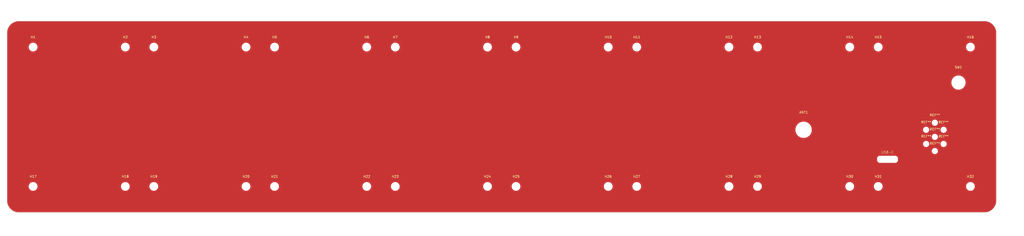
<source format=kicad_pcb>
(kicad_pcb (version 20221018) (generator pcbnew)
  (layers (0 "F.Cu" signal) (31 "B.Cu" signal) (34 "B.Paste" user) (35 "F.Paste" user) (36 "B.SilkS" user "B.Silkscreen") (37 "F.SilkS" user "F.Silkscreen") (38 "B.Mask" user) (39 "F.Mask" user) (44 "Edge.Cuts" user))
  (net 0 "")
  (footprint "MountingHole:MountingHole_3.2mm_M3" (layer "F.Cu") (at 264.15 29.95)
    (fp_text reference "H7" (at 0 -4.2) (layer "F.SilkS"))
    (fp_text value "MountingHole")
    (pad "" np_thru_hole circle locked (at 0 0) (size 3.2 3.2) (drill 3.2) (layers "*.Cu" "*.Mask"))
  )
  (footprint "MountingHole:MountingHole_3.2mm_M3" (layer "F.Cu") (at 111 29.95)
    (fp_text reference "H1" (at 0 -4.2) (layer "F.SilkS"))
    (fp_text value "MountingHole")
    (pad "" np_thru_hole circle locked (at 0 0) (size 3.2 3.2) (drill 3.2) (layers "*.Cu" "*.Mask"))
  )
  (footprint "MountingHole:MountingHole_3.2mm_M3" (layer "F.Cu") (at 354.19 89)
    (fp_text reference "H26" (at 0 -4.2) (layer "F.SilkS"))
    (fp_text value "MountingHole")
    (pad "" np_thru_hole circle locked (at 0 0) (size 3.2 3.2) (drill 3.2) (layers "*.Cu" "*.Mask"))
  )
  (footprint "MountingHole:MountingHole_3.2mm_M3" (layer "F.Cu") (at 149.99 89)
    (fp_text reference "H18" (at 0 -4.2) (layer "F.SilkS"))
    (fp_text value "MountingHole")
    (pad "" np_thru_hole circle locked (at 0 0) (size 3.2 3.2) (drill 3.2) (layers "*.Cu" "*.Mask"))
  )
  (footprint "MountingHole:MountingHole_3.2mm_M3" (layer "F.Cu") (at 405.24 29.95)
    (fp_text reference "H12" (at 0 -4.2) (layer "F.SilkS"))
    (fp_text value "MountingHole")
    (pad "" np_thru_hole circle locked (at 0 0) (size 3.2 3.2) (drill 3.2) (layers "*.Cu" "*.Mask"))
  )
  (footprint "MountingHole:MountingHole_2.1mm" (layer "F.Cu") (at 492.3 68)
    (fp_text reference "REF**" (at 0 -3.2) (layer "F.SilkS"))
    (fp_text value "MountingHole_2.1mm")
    (pad "" np_thru_hole circle (at 0 0) (size 2.1 2.1) (drill 2.1) (layers "*.Cu" "*.Mask"))
  )
  (footprint "MountingHole:MountingHole_3.2mm_M3" (layer "F.Cu") (at 111 89)
    (fp_text reference "H17" (at 0 -4.2) (layer "F.SilkS"))
    (fp_text value "MountingHole")
    (pad "" np_thru_hole circle locked (at 0 0) (size 3.2 3.2) (drill 3.2) (layers "*.Cu" "*.Mask"))
  )
  (footprint "MountingHole:MountingHole_3.2mm_M3" (layer "F.Cu") (at 456.29 89)
    (fp_text reference "H30" (at 0 -4.2) (layer "F.SilkS"))
    (fp_text value "MountingHole")
    (pad "" np_thru_hole circle locked (at 0 0) (size 3.2 3.2) (drill 3.2) (layers "*.Cu" "*.Mask"))
  )
  (footprint "MountingHole:MountingHole_3.2mm_M3" (layer "F.Cu") (at 252.09 29.95)
    (fp_text reference "H6" (at 0 -4.2) (layer "F.SilkS"))
    (fp_text value "MountingHole")
    (pad "" np_thru_hole circle locked (at 0 0) (size 3.2 3.2) (drill 3.2) (layers "*.Cu" "*.Mask"))
  )
  (footprint "MountingHole:MountingHole_2.1mm" (layer "F.Cu") (at 488.6 65)
    (fp_text reference "REF**" (at 0 -3.2) (layer "F.SilkS"))
    (fp_text value "MountingHole_2.1mm")
    (pad "" np_thru_hole circle (at 0 0) (size 2.1 2.1) (drill 2.1) (layers "*.Cu" "*.Mask"))
  )
  (footprint "MountingHole:MountingHole_3.2mm_M3" (layer "F.Cu") (at 366.25 89)
    (fp_text reference "H27" (at 0 -4.2) (layer "F.SilkS"))
    (fp_text value "MountingHole")
    (pad "" np_thru_hole circle locked (at 0 0) (size 3.2 3.2) (drill 3.2) (layers "*.Cu" "*.Mask"))
  )
  (footprint "MountingHole:MountingHole_3.2mm_M3" (layer "F.Cu") (at 252.09 89)
    (fp_text reference "H22" (at 0 -4.2) (layer "F.SilkS"))
    (fp_text value "MountingHole")
    (pad "" np_thru_hole circle locked (at 0 0) (size 3.2 3.2) (drill 3.2) (layers "*.Cu" "*.Mask"))
  )
  (footprint "MountingHole:MountingHole_3.2mm_M3" (layer "F.Cu") (at 456.29 29.95)
    (fp_text reference "H14" (at 0 -4.2) (layer "F.SilkS"))
    (fp_text value "MountingHole")
    (pad "" np_thru_hole circle locked (at 0 0) (size 3.2 3.2) (drill 3.2) (layers "*.Cu" "*.Mask"))
  )
  (footprint "MountingHole:MountingHole_3.2mm_M3" (layer "F.Cu") (at 149.99 29.95)
    (fp_text reference "H2" (at 0 -4.2) (layer "F.SilkS"))
    (fp_text value "MountingHole")
    (pad "" np_thru_hole circle locked (at 0 0) (size 3.2 3.2) (drill 3.2) (layers "*.Cu" "*.Mask"))
  )
  (footprint "MountingHole:MountingHole_2.1mm" (layer "F.Cu") (at 496 71)
    (fp_text reference "REF**" (at 0 -3.2) (layer "F.SilkS"))
    (fp_text value "MountingHole_2.1mm")
    (pad "" np_thru_hole circle (at 0 0) (size 2.1 2.1) (drill 2.1) (layers "*.Cu" "*.Mask"))
  )
  (footprint "MountingHole:MountingHole_3.2mm_M3" (layer "F.Cu") (at 303.14 89)
    (fp_text reference "H24" (at 0 -4.2) (layer "F.SilkS"))
    (fp_text value "MountingHole")
    (pad "" np_thru_hole circle locked (at 0 0) (size 3.2 3.2) (drill 3.2) (layers "*.Cu" "*.Mask"))
  )
  (footprint "MountingHole:MountingHole_6.4mm_M6" (layer "F.Cu") (at 436.8 65)
    (fp_text reference "ANT1" (at 0 -7.4) (layer "F.SilkS"))
    (fp_text value "MountingHole")
    (pad "" np_thru_hole circle (at 0 0) (size 6.4 6.4) (drill 6.4) (layers "*.Cu" "*.Mask"))
  )
  (footprint "MountingHole:MountingHole_3.2mm_M3" (layer "F.Cu") (at 201.04 29.95)
    (fp_text reference "H4" (at 0 -4.2) (layer "F.SilkS"))
    (fp_text value "MountingHole")
    (pad "" np_thru_hole circle locked (at 0 0) (size 3.2 3.2) (drill 3.2) (layers "*.Cu" "*.Mask"))
  )
  (footprint "MountingHole:MountingHole_3.2mm_M3" (layer "F.Cu") (at 303.14 29.95)
    (fp_text reference "H8" (at 0 -4.2) (layer "F.SilkS"))
    (fp_text value "MountingHole")
    (pad "" np_thru_hole circle locked (at 0 0) (size 3.2 3.2) (drill 3.2) (layers "*.Cu" "*.Mask"))
  )
  (footprint "MountingHole:MountingHole_3.2mm_M3" (layer "F.Cu") (at 366.25 29.95)
    (fp_text reference "H11" (at 0 -4.2) (layer "F.SilkS"))
    (fp_text value "MountingHole")
    (pad "" np_thru_hole circle locked (at 0 0) (size 3.2 3.2) (drill 3.2) (layers "*.Cu" "*.Mask"))
  )
  (footprint "MountingHole:MountingHole_3.2mm_M3" (layer "F.Cu") (at 264.15 89)
    (fp_text reference "H23" (at 0 -4.2) (layer "F.SilkS"))
    (fp_text value "MountingHole")
    (pad "" np_thru_hole circle locked (at 0 0) (size 3.2 3.2) (drill 3.2) (layers "*.Cu" "*.Mask"))
  )
  (footprint "MountingHole:MountingHole_3.2mm_M3" (layer "F.Cu") (at 162.05 29.95)
    (fp_text reference "H3" (at 0 -4.2) (layer "F.SilkS"))
    (fp_text value "MountingHole")
    (pad "" np_thru_hole circle locked (at 0 0) (size 3.2 3.2) (drill 3.2) (layers "*.Cu" "*.Mask"))
  )
  (footprint "MountingHole:MountingHole_3.2mm_M3" (layer "F.Cu") (at 201.04 89)
    (fp_text reference "H20" (at 0 -4.2) (layer "F.SilkS"))
    (fp_text value "MountingHole")
    (pad "" np_thru_hole circle locked (at 0 0) (size 3.2 3.2) (drill 3.2) (layers "*.Cu" "*.Mask"))
  )
  (footprint "MountingHole:MountingHole_3.2mm_M3" (layer "F.Cu") (at 162.05 89)
    (fp_text reference "H19" (at 0 -4.2) (layer "F.SilkS"))
    (fp_text value "MountingHole")
    (pad "" np_thru_hole circle locked (at 0 0) (size 3.2 3.2) (drill 3.2) (layers "*.Cu" "*.Mask"))
  )
  (footprint "MountingHole:MountingHole_3.2mm_M3" (layer "F.Cu") (at 315.2 29.95)
    (fp_text reference "H9" (at 0 -4.2) (layer "F.SilkS"))
    (fp_text value "MountingHole")
    (pad "" np_thru_hole circle locked (at 0 0) (size 3.2 3.2) (drill 3.2) (layers "*.Cu" "*.Mask"))
  )
  (footprint "MountingHole:MountingHole_3.2mm_M3" (layer "F.Cu") (at 417.3 29.95)
    (fp_text reference "H13" (at 0 -4.2) (layer "F.SilkS"))
    (fp_text value "MountingHole")
    (pad "" np_thru_hole circle locked (at 0 0) (size 3.2 3.2) (drill 3.2) (layers "*.Cu" "*.Mask"))
  )
  (footprint "MountingHole:MountingHole_2.1mm" (layer "F.Cu") (at 492.3 74)
    (fp_text reference "REF**" (at 0 -3.2) (layer "F.SilkS"))
    (fp_text value "MountingHole_2.1mm")
    (pad "" np_thru_hole circle (at 0 0) (size 2.1 2.1) (drill 2.1) (layers "*.Cu" "*.Mask"))
  )
  (footprint "MountingHole:MountingHole_5.5mm" (layer "F.Cu") (at 502.29 45)
    (fp_text reference "SW1" (at 0 -6.5) (layer "F.SilkS"))
    (fp_text value "MountingHole")
    (pad "" np_thru_hole circle (at 0 0) (size 5.5 5.5) (drill 5.5) (layers "*.Cu" "*.Mask"))
  )
  (footprint "MountingHole:MountingHole_3.2mm_M3" (layer "F.Cu") (at 417.3 89)
    (fp_text reference "H29" (at 0 -4.2) (layer "F.SilkS"))
    (fp_text value "MountingHole")
    (pad "" np_thru_hole circle locked (at 0 0) (size 3.2 3.2) (drill 3.2) (layers "*.Cu" "*.Mask"))
  )
  (footprint "MountingHole:MountingHole_3.2mm_M3" (layer "F.Cu") (at 315.2 89)
    (fp_text reference "H25" (at 0 -4.2) (layer "F.SilkS"))
    (fp_text value "MountingHole")
    (pad "" np_thru_hole circle locked (at 0 0) (size 3.2 3.2) (drill 3.2) (layers "*.Cu" "*.Mask"))
  )
  (footprint "MountingHole:MountingHole_3.2mm_M3" (layer "F.Cu") (at 213.1 89)
    (fp_text reference "H21" (at 0 -4.2) (layer "F.SilkS"))
    (fp_text value "MountingHole")
    (pad "" np_thru_hole circle locked (at 0 0) (size 3.2 3.2) (drill 3.2) (layers "*.Cu" "*.Mask"))
  )
  (footprint "MountingHole:MountingHole_2.1mm" (layer "F.Cu") (at 496 65)
    (fp_text reference "REF**" (at 0 -3.2) (layer "F.SilkS"))
    (fp_text value "MountingHole_2.1mm")
    (pad "" np_thru_hole circle (at 0 0) (size 2.1 2.1) (drill 2.1) (layers "*.Cu" "*.Mask"))
  )
  (footprint "MountingHole:MountingHole_2.1mm" (layer "F.Cu") (at 488.6 71)
    (fp_text reference "REF**" (at 0 -3.2) (layer "F.SilkS"))
    (fp_text value "MountingHole_2.1mm")
    (pad "" np_thru_hole circle (at 0 0) (size 2.1 2.1) (drill 2.1) (layers "*.Cu" "*.Mask"))
  )
  (footprint "MountingHole:MountingHole_2.1mm" (layer "F.Cu") (at 492.3 62)
    (fp_text reference "REF**" (at 0 -3.2) (layer "F.SilkS"))
    (fp_text value "MountingHole_2.1mm")
    (pad "" np_thru_hole circle (at 0 0) (size 2.1 2.1) (drill 2.1) (layers "*.Cu" "*.Mask"))
  )
  (footprint "USBC:cutout" (layer "F.Cu") (at 472.29 77.5)
    (fp_text reference "USB-C" (at 0 -3 unlocked) (layer "F.SilkS") (effects (font (thickness 0.1))))
    (fp_text value "cutout")
    (fp_line (start -4.4 -0.3) (end -4.4 0.3) (stroke (width 0.05)) (layer "Edge.Cuts"))
    (fp_line (start -3.2 -1.5) (end 3.2 -1.5) (stroke (width 0.05)) (layer "Edge.Cuts"))
    (fp_line (start -3.2 1.5) (end 3.2 1.5) (stroke (width 0.05)) (layer "Edge.Cuts"))
    (fp_line (start 4.4 -0.3) (end 4.4 0.3) (stroke (width 0.05)) (layer "Edge.Cuts"))
    (fp_arc (start -4.4 -0.3) (mid -4.048528 -1.148528) (end -3.2 -1.5) (stroke (width 0.05)) (layer "Edge.Cuts"))
    (fp_arc (start -3.2 1.5) (mid -4.048528 1.148528) (end -4.4 0.3) (stroke (width 0.05)) (layer "Edge.Cuts"))
    (fp_arc (start 3.2 -1.5) (mid 4.048528 -1.148528) (end 4.4 -0.3) (stroke (width 0.05)) (layer "Edge.Cuts"))
    (fp_arc (start 4.4 0.3) (mid 4.048528 1.148528) (end 3.2 1.5) (stroke (width 0.05)) (layer "Edge.Cuts"))
  )
  (footprint "MountingHole:MountingHole_3.2mm_M3" (layer "F.Cu") (at 354.19 29.95)
    (fp_text reference "H10" (at 0 -4.2) (layer "F.SilkS"))
    (fp_text value "MountingHole")
    (pad "" np_thru_hole circle locked (at 0 0) (size 3.2 3.2) (drill 3.2) (layers "*.Cu" "*.Mask"))
  )
  (footprint "MountingHole:MountingHole_3.2mm_M3" (layer "F.Cu") (at 468.35 89)
    (fp_text reference "H31" (at 0 -4.2) (layer "F.SilkS"))
    (fp_text value "MountingHole")
    (pad "" np_thru_hole circle locked (at 0 0) (size 3.2 3.2) (drill 3.2) (layers "*.Cu" "*.Mask"))
  )
  (footprint "MountingHole:MountingHole_3.2mm_M3" (layer "F.Cu") (at 507.34 29.95)
    (fp_text reference "H16" (at 0 -4.2) (layer "F.SilkS"))
    (fp_text value "MountingHole")
    (pad "" np_thru_hole circle locked (at 0 0) (size 3.2 3.2) (drill 3.2) (layers "*.Cu" "*.Mask"))
  )
  (footprint "MountingHole:MountingHole_3.2mm_M3" (layer "F.Cu") (at 468.35 29.95)
    (fp_text reference "H15" (at 0 -4.2) (layer "F.SilkS"))
    (fp_text value "MountingHole")
    (pad "" np_thru_hole circle locked (at 0 0) (size 3.2 3.2) (drill 3.2) (layers "*.Cu" "*.Mask"))
  )
  (footprint "MountingHole:MountingHole_3.2mm_M3" (layer "F.Cu") (at 213.1 29.95)
    (fp_text reference "H5" (at 0 -4.2) (layer "F.SilkS"))
    (fp_text value "MountingHole")
    (pad "" np_thru_hole circle locked (at 0 0) (size 3.2 3.2) (drill 3.2) (layers "*.Cu" "*.Mask"))
  )
  (footprint "MountingHole:MountingHole_3.2mm_M3" (layer "F.Cu") (at 405.24 89)
    (fp_text reference "H28" (at 0 -4.2) (layer "F.SilkS"))
    (fp_text value "MountingHole")
    (pad "" np_thru_hole circle locked (at 0 0) (size 3.2 3.2) (drill 3.2) (layers "*.Cu" "*.Mask"))
  )
  (footprint "MountingHole:MountingHole_3.2mm_M3" (layer "F.Cu") (at 507.34 89)
    (fp_text reference "H32" (at 0 -4.2) (layer "F.SilkS"))
    (fp_text value "MountingHole")
    (pad "" np_thru_hole circle locked (at 0 0) (size 3.2 3.2) (drill 3.2) (layers "*.Cu" "*.Mask"))
  )
  (gr_arc (start 513.28 18.95) (mid 516.815534 20.414466) (end 518.28 23.95) (stroke (width 0.1)) (layer "Edge.Cuts"))
  (gr_arc (start 100 23.95) (mid 101.464466 20.414466) (end 105 18.95) (stroke (width 0.1)) (layer "Edge.Cuts"))
  (gr_line (start 105 100) (end 513.28 100) (stroke (width 0.1)) (layer "Edge.Cuts"))
  (gr_arc (start 105 100) (mid 101.464466 98.535534) (end 100 95) (stroke (width 0.1)) (layer "Edge.Cuts"))
  (gr_line (start 513.28 18.95) (end 105 18.95) (stroke (width 0.1)) (layer "Edge.Cuts"))
  (gr_line (start 100 23.95) (end 100 95) (stroke (width 0.1)) (layer "Edge.Cuts"))
  (gr_line (start 518.28 95) (end 518.28 23.95) (stroke (width 0.1)) (layer "Edge.Cuts"))
  (gr_arc (start 518.28 95) (mid 516.815534 98.535534) (end 513.28 100) (stroke (width 0.1)) (layer "Edge.Cuts"))
  (zone (net 0) (net_name "") (layer "F.Cu") (connect_pads (clearance 0.5)) (min_thickness 0.25) (fill yes (thermal_gap 0.5) (thermal_bridge_width 0.5) (island_removal_mode 1) (island_area_min 10))
    (polygon (pts (xy 97 110) (xy 530 110) (xy 530 10) (xy 97 10)))
  )
)
</source>
